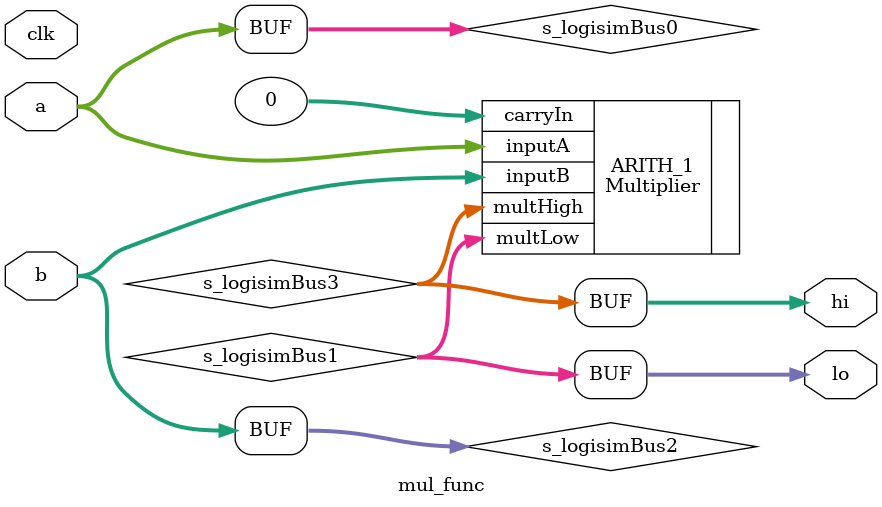
<source format=v>
/******************************************************************************
 ** Logisim-evolution goes FPGA automatic generated Verilog code             **
 ** https://github.com/logisim-evolution/                                    **
 **                                                                          **
 ** Component : mul_func                                                     **
 **                                                                          **
 *****************************************************************************/

module mul_func( a,
                 b,
                 clk,
                 hi,
                 lo );

   /*******************************************************************************
   ** The inputs are defined here                                                **
   *******************************************************************************/
   input [31:0] a;
   input [31:0] b;
   input        clk;

   /*******************************************************************************
   ** The outputs are defined here                                               **
   *******************************************************************************/
   output [31:0] hi;
   output [31:0] lo;

   /*******************************************************************************
   ** The wires are defined here                                                 **
   *******************************************************************************/
   wire [31:0] s_logisimBus0;
   wire [31:0] s_logisimBus1;
   wire [31:0] s_logisimBus2;
   wire [31:0] s_logisimBus3;

   /*******************************************************************************
   ** The module functionality is described here                                 **
   *******************************************************************************/

   /*******************************************************************************
   ** Here all input connections are defined                                     **
   *******************************************************************************/
   assign s_logisimBus0[31:0] = a;
   assign s_logisimBus2[31:0] = b;

   /*******************************************************************************
   ** Here all output connections are defined                                    **
   *******************************************************************************/
   assign hi = s_logisimBus3[31:0];
   assign lo = s_logisimBus1[31:0];

   /*******************************************************************************
   ** Here all normal components are defined                                     **
   *******************************************************************************/
   Multiplier #(.calcBits(64),
                .nrOfBits(32),
                .unsignedMultiplier(0))
      ARITH_1 (.carryIn(32'd0),
               .inputA(s_logisimBus0[31:0]),
               .inputB(s_logisimBus2[31:0]),
               .multHigh(s_logisimBus3[31:0]),
               .multLow(s_logisimBus1[31:0]));


endmodule

</source>
